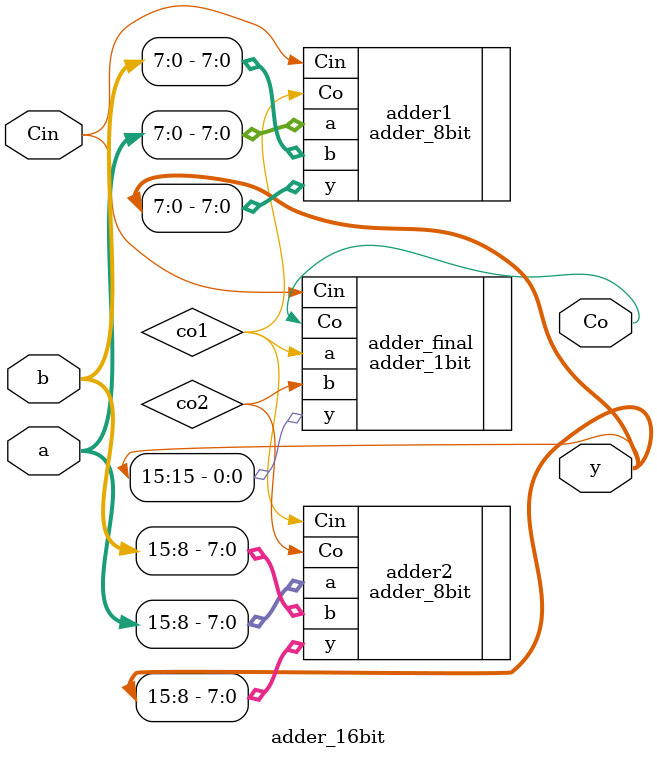
<source format=v>
module adder_16bit (
    input wire [15:0] a,     // 16-bit input operand A
    input wire [15:0] b,     // 16-bit input operand B
    input wire Cin,          // Carry-in input
    output wire [15:0] y,    // 16-bit output representing the sum of A and B
    output wire Co           // Carry-out output
);

// Instance of 8-bit adder module
adder_8bit adder1 (
    .a(a[7:0]),         // Lower 8 bits of input operand A
    .b(b[7:0]),         // Lower 8 bits of input operand B
    .Cin(Cin),           // Carry-in input for the lower 8-bit adder
    .y(y[7:0]),          // Lower 8 bits of output representing the sum of A and B
    .Co(co1)             // Carry-out output for the lower 8-bit adder
);

// Instance of 8-bit adder module
adder_8bit adder2 (
    .a(a[15:8]),        // Upper 8 bits of input operand A
    .b(b[15:8]),        // Upper 8 bits of input operand B
    .Cin(co1),           // Carry-in input for the upper 8-bit adder (from lower 8-bit adder)
    .y(y[15:8]),         // Upper 8 bits of output representing the sum of A and B
    .Co(co2)             // Carry-out output for the upper 8-bit adder
);

// Instance of 1-bit full adder module to get final carry out (Co)
adder_1bit adder_final (
    .a(co1),          // Carry-in input from lower 8-bit adder
    .b(co2),          // Carry-in input from upper 8-bit adder
    .Cin(Cin),        // Original carry-in input
    .y(y[15]),        // MSB of output representing the sum of A and B
    .Co(Co)           // Final carry-out output
);

endmodule
</source>
